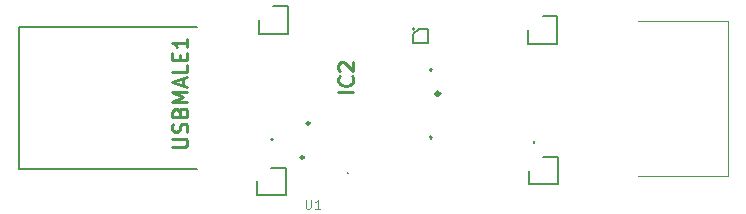
<source format=gbr>
G04 #@! TF.GenerationSoftware,KiCad,Pcbnew,(5.1.6)-1*
G04 #@! TF.CreationDate,2021-12-03T11:37:05+01:00*
G04 #@! TF.ProjectId,Keyvilboard2.0,4b657976-696c-4626-9f61-7264322e302e,rev?*
G04 #@! TF.SameCoordinates,Original*
G04 #@! TF.FileFunction,Legend,Top*
G04 #@! TF.FilePolarity,Positive*
%FSLAX46Y46*%
G04 Gerber Fmt 4.6, Leading zero omitted, Abs format (unit mm)*
G04 Created by KiCad (PCBNEW (5.1.6)-1) date 2021-12-03 11:37:05*
%MOMM*%
%LPD*%
G01*
G04 APERTURE LIST*
%ADD10C,0.200000*%
%ADD11C,0.100000*%
%ADD12C,0.250000*%
%ADD13C,0.325000*%
%ADD14C,0.254000*%
%ADD15C,0.015000*%
G04 APERTURE END LIST*
D10*
G04 #@! TO.C,IC4*
X154152000Y-94442000D02*
G75*
G03*
X154152000Y-94442000I-100000J0D01*
G01*
X154052000Y-94885000D02*
X154495000Y-94442000D01*
X154052000Y-95678000D02*
X154052000Y-94885000D01*
X155288000Y-95678000D02*
X154052000Y-95678000D01*
X155288000Y-94442000D02*
X155288000Y-95678000D01*
X154495000Y-94442000D02*
X155288000Y-94442000D01*
G04 #@! TO.C,TX1*
X166213000Y-93392000D02*
X165000000Y-93392000D01*
X166213000Y-95728000D02*
X166213000Y-93392000D01*
X163788000Y-95728000D02*
X166213000Y-95728000D01*
X163788000Y-94560000D02*
X163788000Y-95728000D01*
G04 #@! TO.C,RX1*
X166273000Y-105292000D02*
X165060000Y-105292000D01*
X166273000Y-107628000D02*
X166273000Y-105292000D01*
X163848000Y-107628000D02*
X166273000Y-107628000D01*
X163848000Y-106460000D02*
X163848000Y-107628000D01*
D11*
G04 #@! TO.C,IC5*
X148520000Y-106630000D02*
X148520000Y-106630000D01*
X148420000Y-106630000D02*
X148420000Y-106630000D01*
X148420000Y-106630000D02*
G75*
G02*
X148520000Y-106630000I50000J0D01*
G01*
X148520000Y-106630000D02*
G75*
G02*
X148420000Y-106630000I-50000J0D01*
G01*
D10*
G04 #@! TO.C,GND1*
X143393000Y-92532000D02*
X142180000Y-92532000D01*
X143393000Y-94868000D02*
X143393000Y-92532000D01*
X140968000Y-94868000D02*
X143393000Y-94868000D01*
X140968000Y-93700000D02*
X140968000Y-94868000D01*
G04 #@! TO.C,5V+1*
X143243000Y-106192000D02*
X142030000Y-106192000D01*
X143243000Y-108528000D02*
X143243000Y-106192000D01*
X140818000Y-108528000D02*
X143243000Y-108528000D01*
X140818000Y-107360000D02*
X140818000Y-108528000D01*
D11*
G04 #@! TO.C,USBFEMALE1*
X173040000Y-106940000D02*
X180650000Y-106940000D01*
X180650000Y-106940000D02*
X180650000Y-93820000D01*
X180650000Y-93820000D02*
X173040000Y-93820000D01*
D10*
X164290000Y-104090000D02*
X164290000Y-104090000D01*
X164290000Y-103990000D02*
X164290000Y-103990000D01*
X164290000Y-104090000D02*
X164290000Y-104090000D01*
X164290000Y-103990000D02*
G75*
G02*
X164290000Y-104090000I0J-50000D01*
G01*
X164290000Y-104090000D02*
G75*
G02*
X164290000Y-103990000I0J50000D01*
G01*
X164290000Y-103990000D02*
G75*
G02*
X164290000Y-104090000I0J-50000D01*
G01*
G04 #@! TO.C,USBMALE1*
X142136190Y-103813000D02*
G75*
G03*
X142136190Y-103813000I-64190J0D01*
G01*
X120650000Y-106330000D02*
X135736000Y-106330000D01*
X120650000Y-94330000D02*
X120650000Y-106330000D01*
X120650000Y-94330000D02*
X135736000Y-94330000D01*
D12*
G04 #@! TO.C,PS1*
X144755000Y-105345000D02*
G75*
G03*
X144755000Y-105345000I-125000J0D01*
G01*
D13*
G04 #@! TO.C,IC3*
X156288000Y-99945000D02*
G75*
G03*
X156288000Y-99945000I-162500J0D01*
G01*
D12*
G04 #@! TO.C,IC2*
X145255000Y-102445000D02*
G75*
G03*
X145255000Y-102445000I-125000J0D01*
G01*
D10*
G04 #@! TO.C,16Mhz2*
X155510000Y-103740000D02*
X155510000Y-103740000D01*
X155510000Y-103540000D02*
X155510000Y-103540000D01*
X155510000Y-103540000D02*
G75*
G03*
X155510000Y-103740000I0J-100000D01*
G01*
X155510000Y-103740000D02*
G75*
G03*
X155510000Y-103540000I0J100000D01*
G01*
G04 #@! TO.C,16Mhz1*
X155520000Y-98030000D02*
X155520000Y-98030000D01*
X155520000Y-97830000D02*
X155520000Y-97830000D01*
X155520000Y-97830000D02*
G75*
G03*
X155520000Y-98030000I0J-100000D01*
G01*
X155520000Y-98030000D02*
G75*
G03*
X155520000Y-97830000I0J100000D01*
G01*
G04 #@! TO.C,USBMALE1*
D14*
X133641523Y-104468952D02*
X134669619Y-104468952D01*
X134790571Y-104408476D01*
X134851047Y-104348000D01*
X134911523Y-104227047D01*
X134911523Y-103985142D01*
X134851047Y-103864190D01*
X134790571Y-103803714D01*
X134669619Y-103743238D01*
X133641523Y-103743238D01*
X134851047Y-103198952D02*
X134911523Y-103017523D01*
X134911523Y-102715142D01*
X134851047Y-102594190D01*
X134790571Y-102533714D01*
X134669619Y-102473238D01*
X134548666Y-102473238D01*
X134427714Y-102533714D01*
X134367238Y-102594190D01*
X134306761Y-102715142D01*
X134246285Y-102957047D01*
X134185809Y-103078000D01*
X134125333Y-103138476D01*
X134004380Y-103198952D01*
X133883428Y-103198952D01*
X133762476Y-103138476D01*
X133702000Y-103078000D01*
X133641523Y-102957047D01*
X133641523Y-102654666D01*
X133702000Y-102473238D01*
X134246285Y-101505619D02*
X134306761Y-101324190D01*
X134367238Y-101263714D01*
X134488190Y-101203238D01*
X134669619Y-101203238D01*
X134790571Y-101263714D01*
X134851047Y-101324190D01*
X134911523Y-101445142D01*
X134911523Y-101928952D01*
X133641523Y-101928952D01*
X133641523Y-101505619D01*
X133702000Y-101384666D01*
X133762476Y-101324190D01*
X133883428Y-101263714D01*
X134004380Y-101263714D01*
X134125333Y-101324190D01*
X134185809Y-101384666D01*
X134246285Y-101505619D01*
X134246285Y-101928952D01*
X134911523Y-100658952D02*
X133641523Y-100658952D01*
X134548666Y-100235619D01*
X133641523Y-99812285D01*
X134911523Y-99812285D01*
X134548666Y-99268000D02*
X134548666Y-98663238D01*
X134911523Y-99388952D02*
X133641523Y-98965619D01*
X134911523Y-98542285D01*
X134911523Y-97514190D02*
X134911523Y-98118952D01*
X133641523Y-98118952D01*
X134246285Y-97090857D02*
X134246285Y-96667523D01*
X134911523Y-96486095D02*
X134911523Y-97090857D01*
X133641523Y-97090857D01*
X133641523Y-96486095D01*
X134911523Y-95276571D02*
X134911523Y-96002285D01*
X134911523Y-95639428D02*
X133641523Y-95639428D01*
X133822952Y-95760380D01*
X133943904Y-95881333D01*
X134004380Y-96002285D01*
G04 #@! TO.C,U1*
D15*
X144920074Y-108898803D02*
X144920074Y-109536224D01*
X144957570Y-109611215D01*
X144995065Y-109648710D01*
X145070056Y-109686205D01*
X145220037Y-109686205D01*
X145295028Y-109648710D01*
X145332523Y-109611215D01*
X145370018Y-109536224D01*
X145370018Y-108898803D01*
X146157420Y-109686205D02*
X145707476Y-109686205D01*
X145932448Y-109686205D02*
X145932448Y-108898803D01*
X145857458Y-109011289D01*
X145782467Y-109086280D01*
X145707476Y-109123775D01*
G04 #@! TO.C,IC2*
D14*
X148954523Y-99809761D02*
X147684523Y-99809761D01*
X148833571Y-98479285D02*
X148894047Y-98539761D01*
X148954523Y-98721190D01*
X148954523Y-98842142D01*
X148894047Y-99023571D01*
X148773095Y-99144523D01*
X148652142Y-99205000D01*
X148410238Y-99265476D01*
X148228809Y-99265476D01*
X147986904Y-99205000D01*
X147865952Y-99144523D01*
X147745000Y-99023571D01*
X147684523Y-98842142D01*
X147684523Y-98721190D01*
X147745000Y-98539761D01*
X147805476Y-98479285D01*
X147805476Y-97995476D02*
X147745000Y-97935000D01*
X147684523Y-97814047D01*
X147684523Y-97511666D01*
X147745000Y-97390714D01*
X147805476Y-97330238D01*
X147926428Y-97269761D01*
X148047380Y-97269761D01*
X148228809Y-97330238D01*
X148954523Y-98055952D01*
X148954523Y-97269761D01*
G04 #@! TD*
M02*

</source>
